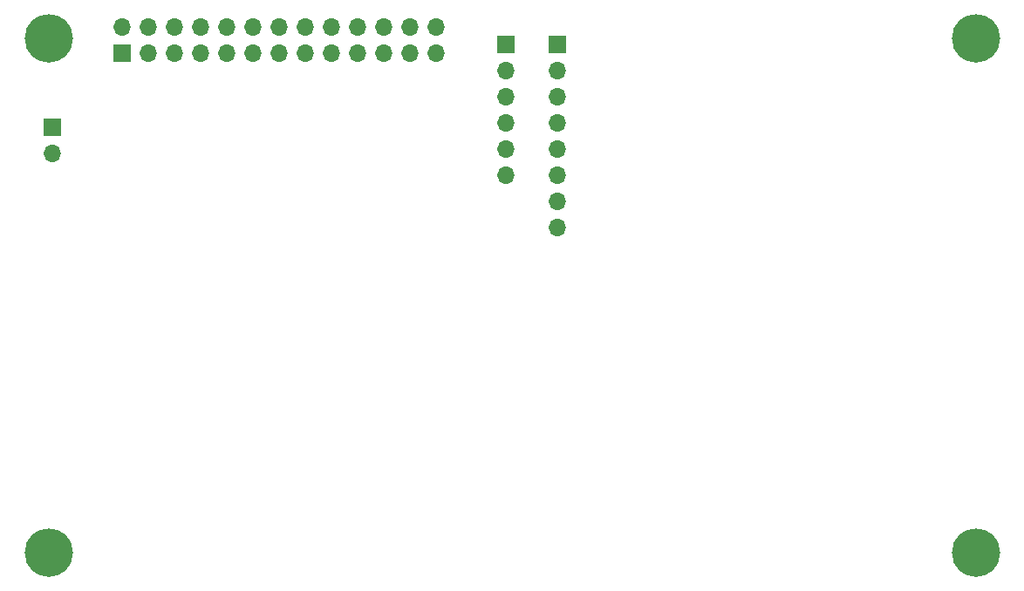
<source format=gts>
G04 #@! TF.GenerationSoftware,KiCad,Pcbnew,8.0.6*
G04 #@! TF.CreationDate,2025-01-12T23:32:51-05:00*
G04 #@! TF.ProjectId,lcd_adapter,6c63645f-6164-4617-9074-65722e6b6963,rev?*
G04 #@! TF.SameCoordinates,Original*
G04 #@! TF.FileFunction,Soldermask,Top*
G04 #@! TF.FilePolarity,Negative*
%FSLAX46Y46*%
G04 Gerber Fmt 4.6, Leading zero omitted, Abs format (unit mm)*
G04 Created by KiCad (PCBNEW 8.0.6) date 2025-01-12 23:32:51*
%MOMM*%
%LPD*%
G01*
G04 APERTURE LIST*
%ADD10R,1.700000X1.700000*%
%ADD11O,1.700000X1.700000*%
%ADD12C,4.700000*%
G04 APERTURE END LIST*
D10*
X30400000Y-53670000D03*
D11*
X30400000Y-56210000D03*
X67600000Y-43930000D03*
X67600000Y-46470000D03*
X65060000Y-43930000D03*
X65060000Y-46470000D03*
X62520000Y-43930000D03*
X62520000Y-46470000D03*
X59980000Y-43930000D03*
X59980000Y-46470000D03*
X57440000Y-43930000D03*
X57440000Y-46470000D03*
X54900000Y-43930000D03*
X54900000Y-46470000D03*
X52360000Y-43930000D03*
X52360000Y-46470000D03*
X49820000Y-43930000D03*
X49820000Y-46470000D03*
X47280000Y-43930000D03*
X47280000Y-46470000D03*
X44740000Y-43930000D03*
X44740000Y-46470000D03*
X42200000Y-43930000D03*
X42200000Y-46470000D03*
X39660000Y-43930000D03*
X39660000Y-46470000D03*
X37120000Y-43930000D03*
D10*
X37120000Y-46470000D03*
D11*
X79400000Y-63450000D03*
X79400000Y-60910000D03*
X79400000Y-58370000D03*
X79400000Y-55830000D03*
X79400000Y-53290000D03*
X79400000Y-50750000D03*
X79400000Y-48210000D03*
D10*
X79400000Y-45670000D03*
X74400000Y-45670000D03*
D11*
X74400000Y-48210000D03*
X74400000Y-50750000D03*
X74400000Y-53290000D03*
X74400000Y-55830000D03*
X74400000Y-58370000D03*
D12*
X30000000Y-45000000D03*
X120000000Y-45000000D03*
X30000000Y-95000000D03*
X120000000Y-95000000D03*
M02*

</source>
